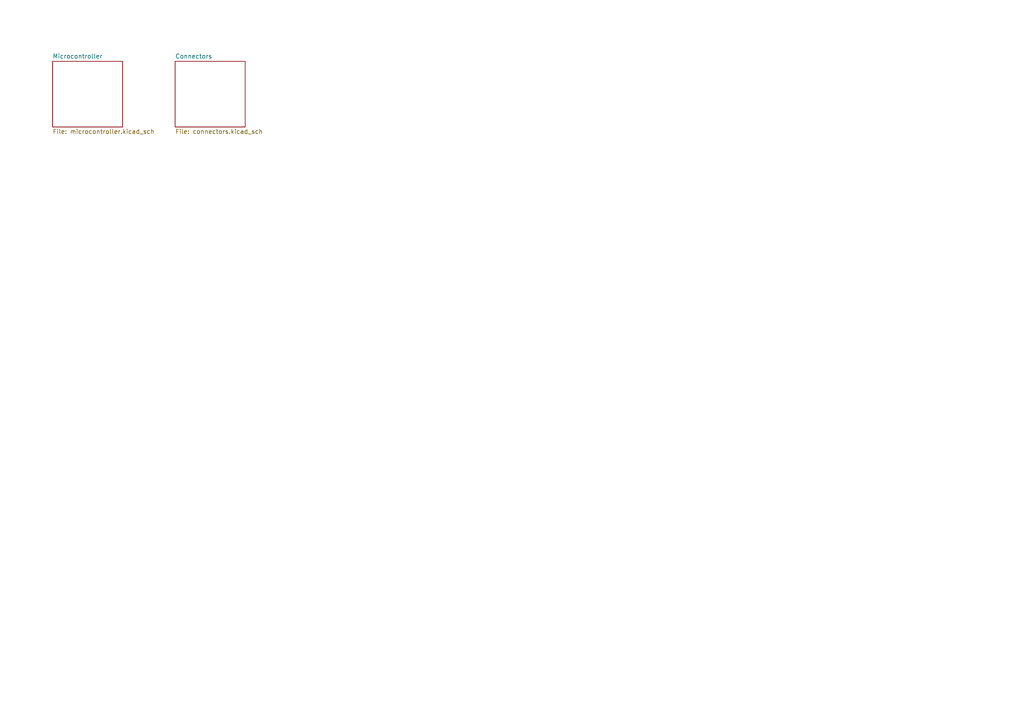
<source format=kicad_sch>
(kicad_sch
	(version 20231120)
	(generator "eeschema")
	(generator_version "8.0")
	(uuid "fbe1959f-957a-4706-8cc2-1246388efb59")
	(paper "A4")
	(lib_symbols)
	(sheet
		(at 15.24 17.78)
		(size 20.32 19.05)
		(fields_autoplaced yes)
		(stroke
			(width 0.1524)
			(type solid)
		)
		(fill
			(color 0 0 0 0.0000)
		)
		(uuid "be6f010c-96d2-45f8-b263-a1d829dc7a47")
		(property "Sheetname" "Microcontroller"
			(at 15.24 17.0684 0)
			(effects
				(font
					(size 1.27 1.27)
				)
				(justify left bottom)
			)
		)
		(property "Sheetfile" "microcontroller.kicad_sch"
			(at 15.24 37.4146 0)
			(effects
				(font
					(size 1.27 1.27)
				)
				(justify left top)
			)
		)
		(instances
			(project "NXP_K22_TestBoard"
				(path "/fbe1959f-957a-4706-8cc2-1246388efb59"
					(page "2")
				)
			)
		)
	)
	(sheet
		(at 50.8 17.78)
		(size 20.32 19.05)
		(fields_autoplaced yes)
		(stroke
			(width 0.1524)
			(type solid)
		)
		(fill
			(color 0 0 0 0.0000)
		)
		(uuid "cb8dd5bc-4d19-43bb-8f33-61e3e00f01c9")
		(property "Sheetname" "Connectors"
			(at 50.8 17.0684 0)
			(effects
				(font
					(size 1.27 1.27)
				)
				(justify left bottom)
			)
		)
		(property "Sheetfile" "connectors.kicad_sch"
			(at 50.8 37.4146 0)
			(effects
				(font
					(size 1.27 1.27)
				)
				(justify left top)
			)
		)
		(instances
			(project "NXP_K22_TestBoard"
				(path "/fbe1959f-957a-4706-8cc2-1246388efb59"
					(page "3")
				)
			)
		)
	)
	(sheet_instances
		(path "/"
			(page "1")
		)
	)
)
</source>
